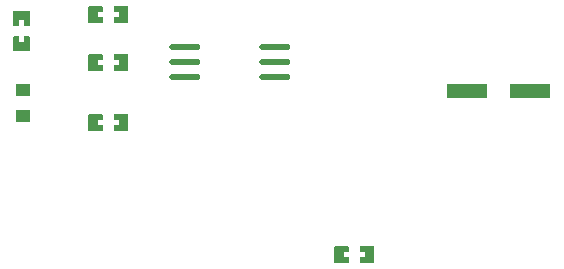
<source format=gtp>
G04 Layer: TopPasteMaskLayer*
G04 EasyEDA Pro v2.0.19.1.e63e9f, 2023-06-23 12:42:27*
G04 Gerber Generator version 0.3*
G04 Scale: 100 percent, Rotated: No, Reflected: No*
G04 Dimensions in millimeters*
G04 Leading zeros omitted, absolute positions, 3 integers and 3 decimals*
%FSLAX33Y33*%
%MOMM*%
%ADD10O,2.655X0.56*%
%ADD11R,1.25X1.0*%
%ADD12R,3.5X1.2*%
G75*


G04 PolygonModel Start*
G36*
G01X2314Y40943D02*
G01X3594Y40943D01*
G01X3644Y40893D01*
G01Y39743D01*
G01X3594Y39693D01*
G01X3184Y39688D01*
G01Y40138D01*
G01X2734D01*
G01Y39698D01*
G01X2314Y39693D01*
G01X2264Y39743D01*
G01Y40893D01*
G01X2314Y40943D01*
G37*
G36*
G01X2314Y38793D02*
G01X2734Y38793D01*
G01Y38348D01*
G01X3184D01*
G01Y38788D01*
G01X3594Y38793D01*
G01X3644Y38743D01*
G01Y37593D01*
G01X3594Y37543D01*
G01X2314D01*
G01X2264Y37593D01*
G01Y38743D01*
G01X2314Y38793D01*
G37*
G36*
G01X8587Y40000D02*
G01X8587Y41280D01*
G01X8637Y41330D01*
G01X9787D01*
G01X9837Y41280D01*
G01X9842Y40870D01*
G01X9392D01*
G01Y40420D01*
G01X9832D01*
G01X9837Y40000D01*
G01X9787Y39950D01*
G01X8637D01*
G01X8587Y40000D01*
G37*
G36*
G01X10737Y40000D02*
G01X10737Y40420D01*
G01X11182D01*
G01Y40870D01*
G01X10742D01*
G01X10737Y41280D01*
G01X10787Y41330D01*
G01X11937D01*
G01X11987Y41280D01*
G01Y40000D01*
G01X11937Y39950D01*
G01X10787D01*
G01X10737Y40000D01*
G37*
G36*
G01X8587Y35936D02*
G01X8587Y37216D01*
G01X8637Y37266D01*
G01X9787D01*
G01X9837Y37216D01*
G01X9842Y36806D01*
G01X9392D01*
G01Y36356D01*
G01X9832D01*
G01X9837Y35936D01*
G01X9787Y35886D01*
G01X8637D01*
G01X8587Y35936D01*
G37*
G36*
G01X10737Y35936D02*
G01X10737Y36356D01*
G01X11182D01*
G01Y36806D01*
G01X10742D01*
G01X10737Y37216D01*
G01X10787Y37266D01*
G01X11937D01*
G01X11987Y37216D01*
G01Y35936D01*
G01X11937Y35886D01*
G01X10787D01*
G01X10737Y35936D01*
G37*
G36*
G01X8587Y30856D02*
G01X8587Y32136D01*
G01X8637Y32186D01*
G01X9787D01*
G01X9837Y32136D01*
G01X9842Y31726D01*
G01X9392D01*
G01Y31276D01*
G01X9832D01*
G01X9837Y30856D01*
G01X9787Y30806D01*
G01X8637D01*
G01X8587Y30856D01*
G37*
G36*
G01X10737Y30856D02*
G01X10737Y31276D01*
G01X11182D01*
G01Y31726D01*
G01X10742D01*
G01X10737Y32136D01*
G01X10787Y32186D01*
G01X11937D01*
G01X11987Y32136D01*
G01Y30856D01*
G01X11937Y30806D01*
G01X10787D01*
G01X10737Y30856D01*
G37*
G36*
G01X29415Y19680D02*
G01X29415Y20960D01*
G01X29465Y21010D01*
G01X30615D01*
G01X30665Y20960D01*
G01X30670Y20550D01*
G01X30220D01*
G01Y20100D01*
G01X30660D01*
G01X30665Y19680D01*
G01X30615Y19630D01*
G01X29465D01*
G01X29415Y19680D01*
G37*
G36*
G01X31565Y19680D02*
G01X31565Y20100D01*
G01X32010D01*
G01Y20550D01*
G01X31570D01*
G01X31565Y20960D01*
G01X31615Y21010D01*
G01X32765D01*
G01X32815Y20960D01*
G01Y19680D01*
G01X32765Y19630D01*
G01X31615D01*
G01X31565Y19680D01*
G37*
G04 PolygonModel End*

G04 Pad Start*
G54D10*
G01X16771Y37846D03*
G01X16771Y36576D03*
G01X16771Y35306D03*
G01X24377Y37846D03*
G01X24377Y36576D03*
G01X24377Y35306D03*
G54D11*
G01X3048Y34247D03*
G01X3048Y32047D03*
G54D12*
G01X40637Y34163D03*
G01X45977Y34163D03*
G04 Pad End*

M02*

</source>
